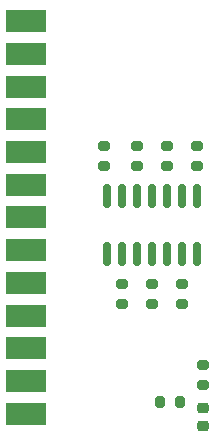
<source format=gtp>
G04 #@! TF.GenerationSoftware,KiCad,Pcbnew,(6.0.0)*
G04 #@! TF.CreationDate,2022-11-09T00:51:05-05:00*
G04 #@! TF.ProjectId,Arrington 4 voice equivalent SMD,41727269-6e67-4746-9f6e-203420766f69,rev?*
G04 #@! TF.SameCoordinates,Original*
G04 #@! TF.FileFunction,Paste,Top*
G04 #@! TF.FilePolarity,Positive*
%FSLAX46Y46*%
G04 Gerber Fmt 4.6, Leading zero omitted, Abs format (unit mm)*
G04 Created by KiCad (PCBNEW (6.0.0)) date 2022-11-09 00:51:05*
%MOMM*%
%LPD*%
G01*
G04 APERTURE LIST*
G04 Aperture macros list*
%AMRoundRect*
0 Rectangle with rounded corners*
0 $1 Rounding radius*
0 $2 $3 $4 $5 $6 $7 $8 $9 X,Y pos of 4 corners*
0 Add a 4 corners polygon primitive as box body*
4,1,4,$2,$3,$4,$5,$6,$7,$8,$9,$2,$3,0*
0 Add four circle primitives for the rounded corners*
1,1,$1+$1,$2,$3*
1,1,$1+$1,$4,$5*
1,1,$1+$1,$6,$7*
1,1,$1+$1,$8,$9*
0 Add four rect primitives between the rounded corners*
20,1,$1+$1,$2,$3,$4,$5,0*
20,1,$1+$1,$4,$5,$6,$7,0*
20,1,$1+$1,$6,$7,$8,$9,0*
20,1,$1+$1,$8,$9,$2,$3,0*%
G04 Aperture macros list end*
%ADD10RoundRect,0.200000X0.275000X-0.200000X0.275000X0.200000X-0.275000X0.200000X-0.275000X-0.200000X0*%
%ADD11RoundRect,0.200000X-0.275000X0.200000X-0.275000X-0.200000X0.275000X-0.200000X0.275000X0.200000X0*%
%ADD12RoundRect,0.150000X0.150000X-0.825000X0.150000X0.825000X-0.150000X0.825000X-0.150000X-0.825000X0*%
%ADD13RoundRect,0.200000X0.200000X0.275000X-0.200000X0.275000X-0.200000X-0.275000X0.200000X-0.275000X0*%
%ADD14R,3.480000X1.846667*%
%ADD15RoundRect,0.225000X-0.250000X0.225000X-0.250000X-0.225000X0.250000X-0.225000X0.250000X0.225000X0*%
G04 APERTURE END LIST*
D10*
X122428000Y-80835000D03*
X122428000Y-79185000D03*
X124968000Y-80835000D03*
X124968000Y-79185000D03*
X126746000Y-87693000D03*
X126746000Y-86043000D03*
D11*
X123698000Y-67501000D03*
X123698000Y-69151000D03*
D12*
X118618000Y-76643000D03*
X119888000Y-76643000D03*
X121158000Y-76643000D03*
X122428000Y-76643000D03*
X123698000Y-76643000D03*
X124968000Y-76643000D03*
X126238000Y-76643000D03*
X126238000Y-71693000D03*
X124968000Y-71693000D03*
X123698000Y-71693000D03*
X122428000Y-71693000D03*
X121158000Y-71693000D03*
X119888000Y-71693000D03*
X118618000Y-71693000D03*
D11*
X118364000Y-67501000D03*
X118364000Y-69151000D03*
D13*
X124777000Y-89154000D03*
X123127000Y-89154000D03*
D10*
X119888000Y-80835000D03*
X119888000Y-79185000D03*
D14*
X111737500Y-56913000D03*
X111737500Y-59683000D03*
X111737500Y-62453000D03*
X111737500Y-65223000D03*
X111737500Y-67993000D03*
X111737500Y-70763000D03*
X111737500Y-73533000D03*
X111737500Y-76303000D03*
X111737500Y-79073000D03*
X111737500Y-81843000D03*
X111737500Y-84613000D03*
X111737500Y-87383000D03*
X111737500Y-90153000D03*
D15*
X126746000Y-89649000D03*
X126746000Y-91199000D03*
D11*
X126238000Y-67501000D03*
X126238000Y-69151000D03*
X121158000Y-67501000D03*
X121158000Y-69151000D03*
M02*

</source>
